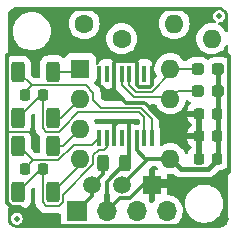
<source format=gtl>
G04 #@! TF.GenerationSoftware,KiCad,Pcbnew,(6.0.0-0)*
G04 #@! TF.CreationDate,2022-08-07T14:26:41+01:00*
G04 #@! TF.ProjectId,VR-Conditioner-MAX9926+reg,56522d43-6f6e-4646-9974-696f6e65722d,3.72*
G04 #@! TF.SameCoordinates,PX68c4118PY713e7a8*
G04 #@! TF.FileFunction,Copper,L1,Top*
G04 #@! TF.FilePolarity,Positive*
%FSLAX46Y46*%
G04 Gerber Fmt 4.6, Leading zero omitted, Abs format (unit mm)*
G04 Created by KiCad (PCBNEW (6.0.0-0)) date 2022-08-07 14:26:41*
%MOMM*%
%LPD*%
G01*
G04 APERTURE LIST*
G04 Aperture macros list*
%AMRoundRect*
0 Rectangle with rounded corners*
0 $1 Rounding radius*
0 $2 $3 $4 $5 $6 $7 $8 $9 X,Y pos of 4 corners*
0 Add a 4 corners polygon primitive as box body*
4,1,4,$2,$3,$4,$5,$6,$7,$8,$9,$2,$3,0*
0 Add four circle primitives for the rounded corners*
1,1,$1+$1,$2,$3*
1,1,$1+$1,$4,$5*
1,1,$1+$1,$6,$7*
1,1,$1+$1,$8,$9*
0 Add four rect primitives between the rounded corners*
20,1,$1+$1,$2,$3,$4,$5,0*
20,1,$1+$1,$4,$5,$6,$7,0*
20,1,$1+$1,$6,$7,$8,$9,0*
20,1,$1+$1,$8,$9,$2,$3,0*%
G04 Aperture macros list end*
G04 #@! TA.AperFunction,SMDPad,CuDef*
%ADD10RoundRect,0.218750X0.218750X0.256250X-0.218750X0.256250X-0.218750X-0.256250X0.218750X-0.256250X0*%
G04 #@! TD*
G04 #@! TA.AperFunction,SMDPad,CuDef*
%ADD11RoundRect,0.243750X-0.243750X-0.456250X0.243750X-0.456250X0.243750X0.456250X-0.243750X0.456250X0*%
G04 #@! TD*
G04 #@! TA.AperFunction,SMDPad,CuDef*
%ADD12RoundRect,0.218750X-0.218750X-0.256250X0.218750X-0.256250X0.218750X0.256250X-0.218750X0.256250X0*%
G04 #@! TD*
G04 #@! TA.AperFunction,SMDPad,CuDef*
%ADD13RoundRect,0.250000X-0.312500X-0.625000X0.312500X-0.625000X0.312500X0.625000X-0.312500X0.625000X0*%
G04 #@! TD*
G04 #@! TA.AperFunction,SMDPad,CuDef*
%ADD14C,0.500000*%
G04 #@! TD*
G04 #@! TA.AperFunction,ComponentPad*
%ADD15R,1.600000X1.600000*%
G04 #@! TD*
G04 #@! TA.AperFunction,ComponentPad*
%ADD16O,1.600000X1.600000*%
G04 #@! TD*
G04 #@! TA.AperFunction,SMDPad,CuDef*
%ADD17RoundRect,0.237500X0.287500X0.237500X-0.287500X0.237500X-0.287500X-0.237500X0.287500X-0.237500X0*%
G04 #@! TD*
G04 #@! TA.AperFunction,SMDPad,CuDef*
%ADD18R,0.354800X1.454899*%
G04 #@! TD*
G04 #@! TA.AperFunction,ComponentPad*
%ADD19C,1.600000*%
G04 #@! TD*
G04 #@! TA.AperFunction,ComponentPad*
%ADD20R,1.700000X1.700000*%
G04 #@! TD*
G04 #@! TA.AperFunction,ComponentPad*
%ADD21O,1.700000X1.700000*%
G04 #@! TD*
G04 #@! TA.AperFunction,ComponentPad*
%ADD22R,1.500000X1.500000*%
G04 #@! TD*
G04 #@! TA.AperFunction,ComponentPad*
%ADD23C,1.500000*%
G04 #@! TD*
G04 #@! TA.AperFunction,ViaPad*
%ADD24C,0.600000*%
G04 #@! TD*
G04 #@! TA.AperFunction,Conductor*
%ADD25C,0.300000*%
G04 #@! TD*
G04 #@! TA.AperFunction,Conductor*
%ADD26C,0.400000*%
G04 #@! TD*
G04 #@! TA.AperFunction,Conductor*
%ADD27C,0.160000*%
G04 #@! TD*
G04 #@! TA.AperFunction,Conductor*
%ADD28C,0.200000*%
G04 #@! TD*
G04 #@! TA.AperFunction,Conductor*
%ADD29C,0.170000*%
G04 #@! TD*
G04 APERTURE END LIST*
D10*
G04 #@! TO.P,C1,1*
G04 #@! TO.N,VCC*
X20790000Y8890000D03*
G04 #@! TO.P,C1,2*
G04 #@! TO.N,GND*
X19215000Y8890000D03*
G04 #@! TD*
G04 #@! TO.P,C2,1*
G04 #@! TO.N,VCC*
X20790000Y10795000D03*
G04 #@! TO.P,C2,2*
G04 #@! TO.N,GND*
X19215000Y10795000D03*
G04 #@! TD*
G04 #@! TO.P,C3,1*
G04 #@! TO.N,VCC*
X20790000Y12700000D03*
G04 #@! TO.P,C3,2*
G04 #@! TO.N,GND*
X19215000Y12700000D03*
G04 #@! TD*
D11*
G04 #@! TO.P,C4,1*
G04 #@! TO.N,+12V*
X11127500Y8509000D03*
G04 #@! TO.P,C4,2*
G04 #@! TO.N,GND*
X13002500Y8509000D03*
G04 #@! TD*
D12*
G04 #@! TO.P,C10,1*
G04 #@! TO.N,Net-(C10-Pad1)*
X4483000Y14287500D03*
G04 #@! TO.P,C10,2*
G04 #@! TO.N,Net-(C10-Pad2)*
X6058000Y14287500D03*
G04 #@! TD*
D10*
G04 #@! TO.P,C20,1*
G04 #@! TO.N,Net-(C20-Pad1)*
X6058000Y8001000D03*
G04 #@! TO.P,C20,2*
G04 #@! TO.N,Net-(C20-Pad2)*
X4483000Y8001000D03*
G04 #@! TD*
D13*
G04 #@! TO.P,R22,1*
G04 #@! TO.N,Net-(C20-Pad2)*
X3935000Y9969500D03*
G04 #@! TO.P,R22,2*
G04 #@! TO.N,Net-(J3-Pad3)*
X6860000Y9969500D03*
G04 #@! TD*
G04 #@! TO.P,R21,1*
G04 #@! TO.N,Net-(C20-Pad1)*
X3935000Y6032500D03*
G04 #@! TO.P,R21,2*
G04 #@! TO.N,Net-(J3-Pad4)*
X6860000Y6032500D03*
G04 #@! TD*
G04 #@! TO.P,R11,1*
G04 #@! TO.N,Net-(C10-Pad2)*
X3935000Y12319000D03*
G04 #@! TO.P,R11,2*
G04 #@! TO.N,Net-(J3-Pad2)*
X6860000Y12319000D03*
G04 #@! TD*
D14*
G04 #@! TO.P,FID1,*
G04 #@! TO.N,*
X3810000Y3810000D03*
G04 #@! TD*
G04 #@! TO.P,FID2,*
G04 #@! TO.N,*
X20955000Y20955000D03*
G04 #@! TD*
D15*
G04 #@! TO.P,J3,1,Pin_1*
G04 #@! TO.N,Net-(J3-Pad1)*
X9207500Y16510000D03*
D16*
G04 #@! TO.P,J3,2,Pin_2*
G04 #@! TO.N,Net-(J3-Pad2)*
X9207500Y13970000D03*
G04 #@! TO.P,J3,3,Pin_3*
G04 #@! TO.N,Net-(J3-Pad3)*
X9207500Y11430000D03*
G04 #@! TO.P,J3,4,Pin_4*
G04 #@! TO.N,Net-(J3-Pad4)*
X9207500Y8890000D03*
G04 #@! TO.P,J3,5,Pin_5*
G04 #@! TO.N,VCC*
X16827500Y8890000D03*
G04 #@! TO.P,J3,6,Pin_6*
G04 #@! TO.N,GND*
X16827500Y11430000D03*
G04 #@! TO.P,J3,7,Pin_7*
G04 #@! TO.N,/COUT2*
X16827500Y13970000D03*
G04 #@! TO.P,J3,8,Pin_8*
G04 #@! TO.N,/COUT1*
X16827500Y16510000D03*
G04 #@! TD*
D17*
G04 #@! TO.P,R10,1*
G04 #@! TO.N,VCC*
X20877500Y16510000D03*
G04 #@! TO.P,R10,2*
G04 #@! TO.N,/COUT1*
X19127500Y16510000D03*
G04 #@! TD*
G04 #@! TO.P,R20,1*
G04 #@! TO.N,VCC*
X20877500Y14605000D03*
G04 #@! TO.P,R20,2*
G04 #@! TO.N,/COUT2*
X19127500Y14605000D03*
G04 #@! TD*
D18*
G04 #@! TO.P,U1,1,INT_THRS1*
G04 #@! TO.N,GND*
X15240000Y16056348D03*
G04 #@! TO.P,U1,2,EXT1*
G04 #@! TO.N,unconnected-(U1-Pad2)*
X14605000Y16056348D03*
G04 #@! TO.P,U1,3,BIAS1*
G04 #@! TO.N,GND*
X13970000Y16056348D03*
G04 #@! TO.P,U1,4,COUT1*
G04 #@! TO.N,/COUT1*
X13335000Y16056348D03*
G04 #@! TO.P,U1,5,COUT2*
G04 #@! TO.N,/COUT2*
X12700000Y16056348D03*
G04 #@! TO.P,U1,6,BIAS2*
G04 #@! TO.N,GND*
X12065000Y16056348D03*
G04 #@! TO.P,U1,7,EXT2*
G04 #@! TO.N,unconnected-(U1-Pad7)*
X11430000Y16056348D03*
G04 #@! TO.P,U1,8,INT_THRS2*
G04 #@! TO.N,GND*
X10795000Y16056348D03*
G04 #@! TO.P,U1,9,IN2+*
G04 #@! TO.N,Net-(C20-Pad2)*
X10795000Y10613652D03*
G04 #@! TO.P,U1,10,IN2-*
G04 #@! TO.N,Net-(C20-Pad1)*
X11430000Y10613652D03*
G04 #@! TO.P,U1,11,GND*
G04 #@! TO.N,GND*
X12065000Y10613652D03*
G04 #@! TO.P,U1,12,DIRN*
G04 #@! TO.N,unconnected-(U1-Pad12)*
X12700000Y10613652D03*
G04 #@! TO.P,U1,13,ZERO_EN*
G04 #@! TO.N,GND*
X13335000Y10613652D03*
G04 #@! TO.P,U1,14,VCC*
G04 #@! TO.N,VCC*
X13970000Y10613652D03*
G04 #@! TO.P,U1,15,IN1-*
G04 #@! TO.N,Net-(C10-Pad2)*
X14605000Y10613652D03*
G04 #@! TO.P,U1,16,IN1+*
G04 #@! TO.N,Net-(C10-Pad1)*
X15240000Y10613652D03*
G04 #@! TD*
D19*
G04 #@! TO.P,R13,1*
G04 #@! TO.N,Net-(J3-Pad1)*
X9525000Y20320000D03*
D16*
G04 #@! TO.P,R13,2*
G04 #@! TO.N,Net-(J3-Pad2)*
X17145000Y20320000D03*
G04 #@! TD*
D19*
G04 #@! TO.P,R23,1*
G04 #@! TO.N,Net-(J3-Pad3)*
X12700000Y19050000D03*
D16*
G04 #@! TO.P,R23,2*
G04 #@! TO.N,Net-(J3-Pad4)*
X20320000Y19050000D03*
G04 #@! TD*
D13*
G04 #@! TO.P,R12,1*
G04 #@! TO.N,Net-(C10-Pad1)*
X3935000Y16256000D03*
G04 #@! TO.P,R12,2*
G04 #@! TO.N,Net-(J3-Pad1)*
X6860000Y16256000D03*
G04 #@! TD*
D20*
G04 #@! TO.P,J2,1,Pin_1*
G04 #@! TO.N,+12V*
X8890000Y4445000D03*
D21*
G04 #@! TO.P,J2,2,Pin_2*
G04 #@! TO.N,GND*
X11430000Y4445000D03*
G04 #@! TO.P,J2,3,Pin_3*
G04 #@! TO.N,/COUT2*
X13970000Y4445000D03*
G04 #@! TO.P,J2,4,Pin_4*
G04 #@! TO.N,/COUT1*
X16510000Y4445000D03*
G04 #@! TD*
D22*
G04 #@! TO.P,U2,1,GND*
G04 #@! TO.N,GND*
X15240000Y6650000D03*
D23*
G04 #@! TO.P,U2,2,VO*
G04 #@! TO.N,VCC*
X12700000Y6650000D03*
G04 #@! TO.P,U2,3,VI*
G04 #@! TO.N,+12V*
X10160000Y6650000D03*
G04 #@! TD*
D24*
G04 #@! TO.N,GND*
X13970000Y11972990D03*
X5715000Y3810000D03*
X19050000Y20320000D03*
X19685000Y6985000D03*
X5169010Y11138010D03*
X6985000Y20955000D03*
G04 #@! TD*
D25*
G04 #@! TO.N,GND*
X12065000Y15156496D02*
X12065000Y15127489D01*
X13335000Y11641101D02*
X13335000Y10613652D01*
X17462500Y10795000D02*
X16827500Y11430000D01*
X19127500Y10795000D02*
X17462500Y10795000D01*
D26*
X19127500Y10795000D02*
X19127500Y12700000D01*
X19127500Y10795000D02*
X19127500Y8890000D01*
D25*
X12065000Y15156496D02*
X12065000Y16056348D01*
X14147599Y14978897D02*
X15062401Y14978897D01*
X15240000Y15156496D02*
X15240000Y16056348D01*
X13970000Y15156496D02*
X14147599Y14978897D01*
X13970000Y16056348D02*
X13970000Y15156496D01*
X12065000Y16956199D02*
X12242599Y17133798D01*
X13792401Y17133798D02*
X13970000Y16956199D01*
X12065000Y16056348D02*
X12065000Y16956199D01*
X13970000Y16956199D02*
X13970000Y16056348D01*
X15062401Y14978897D02*
X15240000Y15156496D01*
X12242599Y17133798D02*
X13792401Y17133798D01*
X19685000Y6985000D02*
X19685000Y6985000D01*
D27*
X5169010Y11138010D02*
X5169010Y11138010D01*
D25*
X12065000Y11641101D02*
X12396889Y11972990D01*
X14620479Y13637021D02*
X14732000Y13525500D01*
X12065000Y14605000D02*
X11346496Y14605000D01*
X13335000Y10613652D02*
X13335000Y11880980D01*
X20955000Y6985000D02*
X19685000Y6985000D01*
X3373964Y4807490D02*
X4082510Y4807490D01*
X4082510Y4807490D02*
X4730750Y4159250D01*
X3022490Y17627490D02*
X3175000Y17780000D01*
X13335000Y10613652D02*
X13335000Y8841500D01*
X12792010Y11972990D02*
X13242990Y11972990D01*
X13242990Y11972990D02*
X13970000Y11972990D01*
X13032979Y13637021D02*
X14620479Y13637021D01*
X13335000Y11880980D02*
X13242990Y11972990D01*
X13362497Y5549999D02*
X14462498Y6650000D01*
X3175000Y17780000D02*
X6350000Y17780000D01*
X21018500Y3175000D02*
X21590000Y3746500D01*
X11346496Y14605000D02*
X10795000Y15156496D01*
D27*
X4453540Y11138010D02*
X4343510Y11138010D01*
D25*
X11430000Y6936500D02*
X11430000Y4445000D01*
X13335000Y8841500D02*
X13002500Y8509000D01*
X15575000Y6985000D02*
X15240000Y6650000D01*
X21752510Y7782510D02*
X20955000Y6985000D01*
X19685000Y6985000D02*
X15575000Y6985000D01*
D27*
X4343510Y11138010D02*
X5169010Y11138010D01*
D25*
X3022490Y11138010D02*
X3022490Y5158964D01*
D27*
X4343510Y11138010D02*
X3022490Y11138010D01*
D25*
X12065000Y10613652D02*
X12065000Y11641101D01*
X12396889Y11972990D02*
X12792010Y11972990D01*
X3022490Y5158964D02*
X3373964Y4807490D01*
X13002500Y8509000D02*
X11430000Y6936500D01*
X4730750Y3333750D02*
X4889500Y3175000D01*
X21590000Y17780000D02*
X21752510Y17617490D01*
X12534999Y5549999D02*
X13362497Y5549999D01*
X10795000Y15156496D02*
X10795000Y16056348D01*
X12065000Y14605000D02*
X12065000Y14605000D01*
X15240000Y6650000D02*
X14462498Y6650000D01*
X14732000Y13525500D02*
X16827500Y11430000D01*
X3022490Y11138010D02*
X3022490Y17627490D01*
X12065000Y14605000D02*
X13032979Y13637021D01*
X6985000Y20955000D02*
X7620000Y21590000D01*
X12065000Y15156496D02*
X12065000Y14605000D01*
X6985000Y18415000D02*
X6985000Y19685000D01*
X7620000Y21590000D02*
X19050000Y21590000D01*
X11430000Y4445000D02*
X12534999Y5549999D01*
X21752510Y17617490D02*
X21752510Y7782510D01*
X6350000Y17780000D02*
X6985000Y18415000D01*
X4730750Y4159250D02*
X4730750Y3333750D01*
X12792010Y11972990D02*
X12607990Y11972990D01*
X4889500Y3175000D02*
X21018500Y3175000D01*
X6985000Y19685000D02*
X6985000Y20955000D01*
X19050000Y21590000D02*
X19685000Y20955000D01*
D26*
G04 #@! TO.N,VCC*
X20002490Y8014990D02*
X17702510Y8014990D01*
X17702510Y8014990D02*
X16827500Y8890000D01*
D25*
X15257500Y8890000D02*
X16827500Y8890000D01*
X16321498Y8890000D02*
X16827500Y8890000D01*
D26*
X20877500Y8890000D02*
X20002490Y8014990D01*
D28*
X16827500Y8890000D02*
X17227510Y8489990D01*
D26*
X20877500Y10795000D02*
X20877500Y8890000D01*
X20877500Y12700000D02*
X20877500Y10795000D01*
X20877500Y14605000D02*
X20877500Y12700000D01*
X20877500Y16510000D02*
X20877500Y14605000D01*
D28*
X20877500Y12700000D02*
X20877500Y12545000D01*
D25*
X14666203Y8890000D02*
X14940000Y8890000D01*
X13970000Y9586203D02*
X14666203Y8890000D01*
X12700000Y6650000D02*
X14940000Y8890000D01*
X14940000Y8890000D02*
X15240000Y8890000D01*
X15240000Y8890000D02*
X16827500Y8890000D01*
X13970000Y10613652D02*
X13970000Y9586203D01*
D28*
G04 #@! TO.N,Net-(C10-Pad2)*
X14605000Y10613652D02*
X14605000Y12382500D01*
X14605000Y12382500D02*
X14160500Y12827000D01*
X7722020Y11522254D02*
X7722020Y11466382D01*
X6058000Y14287500D02*
X5903500Y14287500D01*
X7400118Y11144480D02*
X6319882Y11144480D01*
X7722020Y11466382D02*
X7400118Y11144480D01*
X5903500Y14287500D02*
X3935000Y12319000D01*
X5997980Y14227480D02*
X6058000Y14287500D01*
X9026766Y12827000D02*
X10033000Y12827000D01*
X14160500Y12827000D02*
X10033000Y12827000D01*
X9026766Y12827000D02*
X7722020Y11522254D01*
X5997980Y11466382D02*
X5997980Y14227480D01*
X10033000Y12827000D02*
X9017000Y12827000D01*
X6319882Y11144480D02*
X5997980Y11466382D01*
G04 #@! TO.N,Net-(C10-Pad1)*
X4483000Y14533980D02*
X5070010Y15120990D01*
X5070010Y15120990D02*
X5109520Y15081480D01*
X10307989Y13822011D02*
X10942989Y13187011D01*
X4483000Y14287500D02*
X4483000Y14533980D01*
X10942989Y13187011D02*
X14309621Y13187011D01*
D29*
X3935000Y16256000D02*
X5070010Y15120990D01*
D28*
X9664822Y15081480D02*
X10307989Y14438313D01*
X10307989Y14438313D02*
X10307989Y13822011D01*
X15240000Y12256632D02*
X15240000Y10613652D01*
X5109520Y15081480D02*
X9664822Y15081480D01*
X14309621Y13187011D02*
X15240000Y12256632D01*
G04 #@! TO.N,Net-(C20-Pad2)*
X10795000Y10613652D02*
X10214348Y10033000D01*
X4729750Y9174750D02*
X4749730Y9174750D01*
X7345378Y8740240D02*
X5184240Y8740240D01*
X8582266Y9977128D02*
X7345378Y8740240D01*
X3935000Y9969500D02*
X4729750Y9174750D01*
X8582266Y10033000D02*
X8582266Y9977128D01*
X4292500Y9612000D02*
X3935000Y9969500D01*
X10214348Y10033000D02*
X8582266Y10033000D01*
X5184240Y8740240D02*
X4483000Y8039000D01*
X4749730Y9174750D02*
X5184240Y8740240D01*
X4483000Y8039000D02*
X4483000Y8001000D01*
G04 #@! TO.N,Net-(C20-Pad1)*
X10307011Y8402011D02*
X7740489Y5835489D01*
X11430000Y9875800D02*
X11430000Y10613652D01*
X7740489Y5198351D02*
X7400118Y4857980D01*
X5903500Y8001000D02*
X3935000Y6032500D01*
X7400118Y4857980D02*
X6318020Y4857980D01*
X11180401Y9626201D02*
X11430000Y9875800D01*
X10307011Y9157505D02*
X10775707Y9626201D01*
X10307011Y8402011D02*
X10307011Y9157505D01*
X5997980Y7940980D02*
X6058000Y8001000D01*
X6318020Y4857980D02*
X5997980Y5178020D01*
X10775707Y9626201D02*
X11180401Y9626201D01*
X6058000Y8001000D02*
X5903500Y8001000D01*
X5997980Y5178020D02*
X5997980Y7940980D01*
X7740489Y5835489D02*
X7740489Y5198351D01*
G04 #@! TO.N,Net-(J3-Pad1)*
X6860000Y16256000D02*
X8953500Y16256000D01*
X8953500Y16256000D02*
X9207500Y16510000D01*
G04 #@! TO.N,Net-(J3-Pad2)*
X6860000Y12319000D02*
X7556500Y12319000D01*
X7556500Y12319000D02*
X9207500Y13970000D01*
G04 #@! TO.N,Net-(J3-Pad3)*
X7747000Y9969500D02*
X6860000Y9969500D01*
X9207500Y11430000D02*
X7747000Y9969500D01*
G04 #@! TO.N,Net-(J3-Pad4)*
X9207500Y8380000D02*
X9207500Y8890000D01*
X6860000Y6032500D02*
X9207500Y8380000D01*
G04 #@! TO.N,/COUT1*
X19127500Y16510000D02*
X16827500Y16510000D01*
X13335000Y16056348D02*
X13335000Y15128899D01*
X16827500Y16107586D02*
X16827500Y16510000D01*
X13335000Y15128899D02*
X13935012Y14528887D01*
X15248802Y14528888D02*
X16827500Y16107586D01*
X13935012Y14528887D02*
X15248802Y14528888D01*
D27*
X16827500Y16234996D02*
X16827500Y16510000D01*
D28*
G04 #@! TO.N,/COUT2*
X13741866Y14087033D02*
X16710467Y14087033D01*
X12700000Y16056348D02*
X12700000Y15128899D01*
X16710467Y14087033D02*
X16827500Y13970000D01*
X12700000Y15128899D02*
X13741866Y14087033D01*
X19127500Y14605000D02*
X17462500Y14605000D01*
X17462500Y14605000D02*
X16827500Y13970000D01*
D25*
G04 #@! TO.N,+12V*
X10160000Y5715000D02*
X8890000Y4445000D01*
X11127500Y8509000D02*
X11127500Y7617500D01*
X10160000Y6650000D02*
X10160000Y5715000D01*
X11127500Y7617500D02*
X10160000Y6650000D01*
G04 #@! TD*
G04 #@! TA.AperFunction,Conductor*
G04 #@! TO.N,GND*
G36*
X5307512Y6440297D02*
G01*
X5364348Y6397750D01*
X5389159Y6331230D01*
X5389480Y6322241D01*
X5389480Y5226156D01*
X5388402Y5209713D01*
X5384230Y5178020D01*
X5389480Y5138140D01*
X5389480Y5138135D01*
X5402465Y5039501D01*
X5405142Y5019169D01*
X5466456Y4871144D01*
X5471483Y4864593D01*
X5471484Y4864591D01*
X5539500Y4775951D01*
X5539506Y4775945D01*
X5563993Y4744033D01*
X5586800Y4726532D01*
X5589357Y4724570D01*
X5601747Y4713704D01*
X5853701Y4461751D01*
X5864569Y4449359D01*
X5884033Y4423993D01*
X5890579Y4418970D01*
X5890582Y4418967D01*
X5915947Y4399504D01*
X5915949Y4399503D01*
X5989222Y4343278D01*
X6011144Y4326456D01*
X6018770Y4323297D01*
X6018772Y4323296D01*
X6085156Y4295799D01*
X6159169Y4265142D01*
X6167356Y4264064D01*
X6167357Y4264064D01*
X6178562Y4262589D01*
X6209758Y4258482D01*
X6278135Y4249480D01*
X6278138Y4249480D01*
X6278146Y4249479D01*
X6309831Y4245308D01*
X6318020Y4244230D01*
X6349713Y4248402D01*
X6366156Y4249480D01*
X7351982Y4249480D01*
X7368425Y4248402D01*
X7400118Y4244230D01*
X7406369Y4245053D01*
X7473621Y4225306D01*
X7520114Y4171650D01*
X7531500Y4119308D01*
X7531500Y3546866D01*
X7538255Y3484684D01*
X7589385Y3348295D01*
X7638480Y3282788D01*
X7663379Y3249565D01*
X7688227Y3183059D01*
X7673174Y3113676D01*
X7623000Y3063446D01*
X7562553Y3048000D01*
X3859328Y3048000D01*
X3839943Y3049500D01*
X3825142Y3051805D01*
X3825139Y3051805D01*
X3816270Y3053186D01*
X3805272Y3051748D01*
X3776589Y3051291D01*
X3673693Y3061425D01*
X3649469Y3066244D01*
X3530267Y3102404D01*
X3507447Y3111856D01*
X3397600Y3170570D01*
X3377062Y3184293D01*
X3280777Y3263312D01*
X3263312Y3280777D01*
X3184293Y3377062D01*
X3170570Y3397600D01*
X3111856Y3507447D01*
X3102404Y3530267D01*
X3066244Y3649469D01*
X3061425Y3673695D01*
X3055091Y3738006D01*
X3051956Y3769837D01*
X3052408Y3785876D01*
X3051695Y3785885D01*
X3051805Y3794858D01*
X3053186Y3803730D01*
X3051737Y3814816D01*
X3051559Y3816177D01*
X3304391Y3816177D01*
X3305555Y3807275D01*
X3305555Y3807272D01*
X3309568Y3776588D01*
X3322980Y3674021D01*
X3380720Y3542797D01*
X3386497Y3535924D01*
X3386498Y3535923D01*
X3467190Y3439928D01*
X3472970Y3433052D01*
X3592313Y3353610D01*
X3729157Y3310858D01*
X3738129Y3310694D01*
X3738132Y3310693D01*
X3803463Y3309496D01*
X3872499Y3308230D01*
X3881533Y3310693D01*
X4002158Y3343579D01*
X4002160Y3343580D01*
X4010817Y3345940D01*
X4132991Y3420955D01*
X4229200Y3527246D01*
X4291710Y3656267D01*
X4315496Y3797646D01*
X4315647Y3810000D01*
X4297238Y3938547D01*
X4296596Y3943032D01*
X4296595Y3943035D01*
X4295323Y3951918D01*
X4235984Y4082428D01*
X4189963Y4135838D01*
X4148260Y4184237D01*
X4148257Y4184240D01*
X4142400Y4191037D01*
X4022095Y4269015D01*
X3884739Y4310093D01*
X3875763Y4310148D01*
X3875762Y4310148D01*
X3815555Y4310516D01*
X3741376Y4310969D01*
X3603529Y4271572D01*
X3482280Y4195070D01*
X3387377Y4087612D01*
X3326447Y3957837D01*
X3324142Y3943032D01*
X3305787Y3825142D01*
X3304391Y3816177D01*
X3051559Y3816177D01*
X3049064Y3835251D01*
X3048000Y3851589D01*
X3048000Y4644891D01*
X3068002Y4713012D01*
X3121658Y4759505D01*
X3191932Y4769609D01*
X3240116Y4752151D01*
X3293532Y4719225D01*
X3299762Y4715385D01*
X3344850Y4700430D01*
X3461111Y4661868D01*
X3461113Y4661868D01*
X3467639Y4659703D01*
X3474475Y4659003D01*
X3474478Y4659002D01*
X3517531Y4654591D01*
X3572100Y4649000D01*
X4297900Y4649000D01*
X4301146Y4649337D01*
X4301150Y4649337D01*
X4396808Y4659262D01*
X4396812Y4659263D01*
X4403666Y4659974D01*
X4410202Y4662155D01*
X4410204Y4662155D01*
X4562640Y4713012D01*
X4571446Y4715950D01*
X4721848Y4809022D01*
X4846805Y4934197D01*
X4939615Y5084762D01*
X4995297Y5252639D01*
X4996318Y5262599D01*
X5003303Y5330780D01*
X5006000Y5357100D01*
X5006000Y6190761D01*
X5026002Y6258882D01*
X5042905Y6279856D01*
X5174385Y6411336D01*
X5236697Y6445362D01*
X5307512Y6440297D01*
G37*
G04 #@! TD.AperFunction*
G04 #@! TA.AperFunction,Conductor*
G36*
X15693733Y8211498D02*
G01*
X15728824Y8177772D01*
X15764134Y8127344D01*
X15778890Y8106271D01*
X15801578Y8038997D01*
X15784293Y7970136D01*
X15732523Y7921552D01*
X15675677Y7908000D01*
X15512115Y7908000D01*
X15496876Y7903525D01*
X15495671Y7902135D01*
X15494000Y7894452D01*
X15494000Y6922115D01*
X15498475Y6906876D01*
X15499865Y6905671D01*
X15507548Y6904000D01*
X16479884Y6904000D01*
X16495123Y6908475D01*
X16496328Y6909865D01*
X16497999Y6917548D01*
X16497999Y7444669D01*
X16497629Y7451490D01*
X16497319Y7454350D01*
X16509853Y7524232D01*
X16558177Y7576244D01*
X16633565Y7593469D01*
X16822025Y7576981D01*
X16827500Y7576502D01*
X17055436Y7596444D01*
X17125040Y7582455D01*
X17155512Y7560018D01*
X17181060Y7534470D01*
X17186914Y7528205D01*
X17224949Y7484605D01*
X17272067Y7451490D01*
X17277229Y7447862D01*
X17282524Y7443929D01*
X17332792Y7404514D01*
X17339708Y7401391D01*
X17341994Y7400007D01*
X17356675Y7391633D01*
X17359035Y7390368D01*
X17365249Y7386000D01*
X17372328Y7383240D01*
X17372330Y7383239D01*
X17424785Y7362788D01*
X17430854Y7360237D01*
X17489083Y7333945D01*
X17496550Y7332561D01*
X17499105Y7331760D01*
X17515358Y7327131D01*
X17517938Y7326468D01*
X17525019Y7323708D01*
X17532550Y7322717D01*
X17532552Y7322716D01*
X17562171Y7318817D01*
X17588371Y7315368D01*
X17594869Y7314338D01*
X17657696Y7302694D01*
X17665276Y7303131D01*
X17665277Y7303131D01*
X17719902Y7306281D01*
X17727156Y7306490D01*
X19973578Y7306490D01*
X19982148Y7306198D01*
X20032266Y7302781D01*
X20032270Y7302781D01*
X20039842Y7302265D01*
X20047319Y7303570D01*
X20047320Y7303570D01*
X20073798Y7308191D01*
X20102793Y7313252D01*
X20109311Y7314213D01*
X20172732Y7321888D01*
X20179833Y7324571D01*
X20182442Y7325212D01*
X20198752Y7329675D01*
X20201288Y7330440D01*
X20208774Y7331747D01*
X20267290Y7357434D01*
X20273394Y7359925D01*
X20326038Y7379817D01*
X20326039Y7379818D01*
X20333146Y7382503D01*
X20339409Y7386807D01*
X20341775Y7388044D01*
X20356587Y7396289D01*
X20358841Y7397622D01*
X20365795Y7400675D01*
X20416492Y7439577D01*
X20421822Y7443449D01*
X20468210Y7475329D01*
X20468215Y7475334D01*
X20474471Y7479633D01*
X20488915Y7495844D01*
X20515925Y7526160D01*
X20520906Y7531436D01*
X20859065Y7869595D01*
X20921377Y7903621D01*
X20948160Y7906500D01*
X21057072Y7906500D01*
X21060318Y7906837D01*
X21060322Y7906837D01*
X21094103Y7910342D01*
X21158482Y7917022D01*
X21319349Y7970692D01*
X21463555Y8059929D01*
X21501828Y8098268D01*
X21564109Y8132347D01*
X21634929Y8127344D01*
X21691802Y8084847D01*
X21716671Y8018349D01*
X21717000Y8009250D01*
X21717000Y3859328D01*
X21715500Y3839943D01*
X21714012Y3830384D01*
X21711814Y3816270D01*
X21713252Y3805272D01*
X21713709Y3776589D01*
X21709957Y3738489D01*
X21703575Y3673695D01*
X21698756Y3649469D01*
X21662596Y3530267D01*
X21653144Y3507447D01*
X21594430Y3397600D01*
X21580707Y3377062D01*
X21501688Y3280777D01*
X21484223Y3263312D01*
X21387938Y3184293D01*
X21367400Y3170570D01*
X21257553Y3111856D01*
X21234733Y3102404D01*
X21115531Y3066244D01*
X21091307Y3061425D01*
X20995163Y3051956D01*
X20979124Y3052408D01*
X20979115Y3051695D01*
X20970142Y3051805D01*
X20961270Y3053186D01*
X20952368Y3052022D01*
X20952365Y3052022D01*
X20929749Y3049064D01*
X20913411Y3048000D01*
X17284632Y3048000D01*
X17216511Y3068002D01*
X17170018Y3121658D01*
X17159914Y3191932D01*
X17189408Y3256512D01*
X17211464Y3276579D01*
X17256068Y3308395D01*
X17389860Y3403827D01*
X17426088Y3439928D01*
X17513711Y3527246D01*
X17548096Y3561511D01*
X17622546Y3665119D01*
X17675435Y3738723D01*
X17678453Y3742923D01*
X17691995Y3770322D01*
X17775136Y3938547D01*
X17775137Y3938549D01*
X17777430Y3943189D01*
X17834681Y4131624D01*
X17840865Y4151977D01*
X17840865Y4151979D01*
X17842370Y4156931D01*
X17871529Y4378410D01*
X17871611Y4381760D01*
X17873074Y4441635D01*
X17873074Y4441639D01*
X17873156Y4445000D01*
X17854852Y4667639D01*
X17800431Y4884298D01*
X17715337Y5080000D01*
X18071526Y5080000D01*
X18091391Y4827597D01*
X18092545Y4822790D01*
X18092546Y4822784D01*
X18118900Y4713012D01*
X18150495Y4581409D01*
X18152388Y4576838D01*
X18152389Y4576836D01*
X18234580Y4378410D01*
X18247384Y4347498D01*
X18379672Y4131624D01*
X18544102Y3939102D01*
X18736624Y3774672D01*
X18952498Y3642384D01*
X18957068Y3640491D01*
X18957072Y3640489D01*
X19181288Y3547616D01*
X19186409Y3545495D01*
X19226280Y3535923D01*
X19427784Y3487546D01*
X19427790Y3487545D01*
X19432597Y3486391D01*
X19532416Y3478535D01*
X19619345Y3471693D01*
X19619352Y3471693D01*
X19621801Y3471500D01*
X19748199Y3471500D01*
X19750648Y3471693D01*
X19750655Y3471693D01*
X19837584Y3478535D01*
X19937403Y3486391D01*
X19942210Y3487545D01*
X19942216Y3487546D01*
X20143720Y3535923D01*
X20183591Y3545495D01*
X20188712Y3547616D01*
X20412928Y3640489D01*
X20412932Y3640491D01*
X20417502Y3642384D01*
X20633376Y3774672D01*
X20825898Y3939102D01*
X20990328Y4131624D01*
X21122616Y4347498D01*
X21135421Y4378410D01*
X21217611Y4576836D01*
X21217612Y4576838D01*
X21219505Y4581409D01*
X21251100Y4713012D01*
X21277454Y4822784D01*
X21277455Y4822790D01*
X21278609Y4827597D01*
X21298474Y5080000D01*
X21278609Y5332403D01*
X21273822Y5352346D01*
X21220660Y5573779D01*
X21219505Y5578591D01*
X21217611Y5583164D01*
X21124511Y5807928D01*
X21124509Y5807932D01*
X21122616Y5812502D01*
X20990328Y6028376D01*
X20825898Y6220898D01*
X20633376Y6385328D01*
X20417502Y6517616D01*
X20412932Y6519509D01*
X20412928Y6519511D01*
X20188164Y6612611D01*
X20188162Y6612612D01*
X20183591Y6614505D01*
X20098968Y6634821D01*
X19942216Y6672454D01*
X19942210Y6672455D01*
X19937403Y6673609D01*
X19837584Y6681465D01*
X19750655Y6688307D01*
X19750648Y6688307D01*
X19748199Y6688500D01*
X19621801Y6688500D01*
X19619352Y6688307D01*
X19619345Y6688307D01*
X19532416Y6681465D01*
X19432597Y6673609D01*
X19427790Y6672455D01*
X19427784Y6672454D01*
X19271032Y6634821D01*
X19186409Y6614505D01*
X19181838Y6612612D01*
X19181836Y6612611D01*
X18957072Y6519511D01*
X18957068Y6519509D01*
X18952498Y6517616D01*
X18736624Y6385328D01*
X18544102Y6220898D01*
X18379672Y6028376D01*
X18247384Y5812502D01*
X18245491Y5807932D01*
X18245489Y5807928D01*
X18152389Y5583164D01*
X18150495Y5578591D01*
X18149340Y5573779D01*
X18096179Y5352346D01*
X18091391Y5332403D01*
X18071526Y5080000D01*
X17715337Y5080000D01*
X17711354Y5089160D01*
X17633367Y5209710D01*
X17592822Y5272383D01*
X17592820Y5272386D01*
X17590014Y5276723D01*
X17439670Y5441949D01*
X17435619Y5445148D01*
X17435615Y5445152D01*
X17268414Y5577200D01*
X17268410Y5577202D01*
X17264359Y5580402D01*
X17068789Y5688362D01*
X17063920Y5690086D01*
X17063916Y5690088D01*
X16863087Y5761205D01*
X16863083Y5761206D01*
X16858212Y5762931D01*
X16853119Y5763838D01*
X16853116Y5763839D01*
X16781361Y5776620D01*
X16638284Y5802106D01*
X16622462Y5802299D01*
X16554592Y5823131D01*
X16508757Y5877349D01*
X16498000Y5928290D01*
X16498000Y6377885D01*
X16493525Y6393124D01*
X16492135Y6394329D01*
X16484452Y6396000D01*
X15512115Y6396000D01*
X15496876Y6391525D01*
X15495671Y6390135D01*
X15494000Y6382452D01*
X15494000Y5398771D01*
X15473998Y5330650D01*
X15459093Y5311719D01*
X15450629Y5302862D01*
X15343201Y5145379D01*
X15288293Y5100379D01*
X15217768Y5092208D01*
X15154021Y5123462D01*
X15133324Y5147946D01*
X15052822Y5272383D01*
X15052820Y5272386D01*
X15050014Y5276723D01*
X15046538Y5280543D01*
X15046533Y5280550D01*
X15018807Y5311020D01*
X14987755Y5374866D01*
X14986000Y5395820D01*
X14986000Y7889882D01*
X14980991Y7906942D01*
X14980992Y7977939D01*
X15012793Y8031534D01*
X15175854Y8194595D01*
X15238166Y8228621D01*
X15264949Y8231500D01*
X15625612Y8231500D01*
X15693733Y8211498D01*
G37*
G04 #@! TD.AperFunction*
G04 #@! TA.AperFunction,Conductor*
G36*
X11498959Y6202973D02*
G01*
X11544195Y6150769D01*
X11603618Y6023334D01*
X11603621Y6023329D01*
X11605944Y6018347D01*
X11680190Y5912313D01*
X11702877Y5845041D01*
X11697261Y5802527D01*
X11684000Y5760011D01*
X11684000Y4317000D01*
X11663998Y4248879D01*
X11610342Y4202386D01*
X11558000Y4191000D01*
X11302000Y4191000D01*
X11233879Y4211002D01*
X11187386Y4264658D01*
X11176000Y4317000D01*
X11176000Y5761898D01*
X11163079Y5805903D01*
X11163079Y5876900D01*
X11180762Y5913671D01*
X11250896Y6013833D01*
X11250899Y6013839D01*
X11254056Y6018347D01*
X11256379Y6023329D01*
X11256382Y6023334D01*
X11315805Y6150769D01*
X11362722Y6204054D01*
X11430999Y6223515D01*
X11498959Y6202973D01*
G37*
G04 #@! TD.AperFunction*
G04 #@! TA.AperFunction,Conductor*
G36*
X18285402Y13847931D02*
G01*
X18335103Y13817396D01*
X18341567Y13810943D01*
X18374497Y13778071D01*
X18380727Y13774231D01*
X18380728Y13774230D01*
X18495976Y13703190D01*
X18543469Y13650418D01*
X18554893Y13580346D01*
X18526619Y13515222D01*
X18519033Y13506913D01*
X18427206Y13414925D01*
X18418190Y13403509D01*
X18336947Y13271709D01*
X18330803Y13258532D01*
X18281921Y13111157D01*
X18279055Y13097790D01*
X18269828Y13007730D01*
X18269500Y13001315D01*
X18269500Y12972115D01*
X18273975Y12956876D01*
X18275365Y12955671D01*
X18283048Y12954000D01*
X19343000Y12954000D01*
X19411121Y12933998D01*
X19457614Y12880342D01*
X19469000Y12828000D01*
X19469000Y8849490D01*
X19448998Y8781369D01*
X19395342Y8734876D01*
X19343000Y8723490D01*
X19087000Y8723490D01*
X19018879Y8743492D01*
X18972386Y8797148D01*
X18961000Y8849490D01*
X18961000Y10522885D01*
X18956525Y10538124D01*
X18955135Y10539329D01*
X18947452Y10541000D01*
X18287615Y10541000D01*
X18272376Y10536525D01*
X18271171Y10535135D01*
X18269500Y10527452D01*
X18269500Y10493734D01*
X18269837Y10487218D01*
X18279304Y10395979D01*
X18282197Y10382583D01*
X18331330Y10235313D01*
X18337504Y10222134D01*
X18418970Y10090486D01*
X18428006Y10079085D01*
X18537580Y9969702D01*
X18548991Y9960690D01*
X18566818Y9949701D01*
X18614310Y9896927D01*
X18625732Y9826856D01*
X18597457Y9761732D01*
X18567003Y9735297D01*
X18547980Y9723525D01*
X18536585Y9714494D01*
X18427202Y9604920D01*
X18418190Y9593509D01*
X18336947Y9461709D01*
X18330803Y9448531D01*
X18297396Y9347814D01*
X18256965Y9289454D01*
X18191401Y9262217D01*
X18121520Y9274750D01*
X18069508Y9323075D01*
X18061831Y9339265D01*
X18061784Y9339243D01*
X17967349Y9541762D01*
X17967346Y9541767D01*
X17965023Y9546749D01*
X17854241Y9704962D01*
X17836857Y9729789D01*
X17836855Y9729792D01*
X17833698Y9734300D01*
X17671800Y9896198D01*
X17667292Y9899355D01*
X17667289Y9899357D01*
X17563231Y9972219D01*
X17484249Y10027523D01*
X17479267Y10029846D01*
X17479262Y10029849D01*
X17281725Y10121961D01*
X17281724Y10121961D01*
X17276743Y10124284D01*
X17271435Y10125706D01*
X17271433Y10125707D01*
X17060902Y10182119D01*
X17060900Y10182119D01*
X17055587Y10183543D01*
X16827500Y10203498D01*
X16599413Y10183543D01*
X16594100Y10182119D01*
X16594098Y10182119D01*
X16383567Y10125707D01*
X16383565Y10125706D01*
X16378257Y10124284D01*
X16373276Y10121961D01*
X16373275Y10121961D01*
X16175738Y10029849D01*
X16175733Y10029846D01*
X16170751Y10027523D01*
X16124171Y9994907D01*
X16056897Y9972219D01*
X15988037Y9989504D01*
X15939452Y10041273D01*
X15925900Y10098120D01*
X15925900Y11067115D01*
X18269500Y11067115D01*
X18273975Y11051876D01*
X18275365Y11050671D01*
X18283048Y11049000D01*
X18942885Y11049000D01*
X18958124Y11053475D01*
X18959329Y11054865D01*
X18961000Y11062548D01*
X18961000Y12427885D01*
X18956525Y12443124D01*
X18955135Y12444329D01*
X18947452Y12446000D01*
X18287615Y12446000D01*
X18272376Y12441525D01*
X18271171Y12440135D01*
X18269500Y12432452D01*
X18269500Y12398734D01*
X18269837Y12392218D01*
X18279304Y12300979D01*
X18282197Y12287583D01*
X18331330Y12140313D01*
X18337504Y12127134D01*
X18418970Y11995486D01*
X18428006Y11984085D01*
X18537580Y11874702D01*
X18548991Y11865690D01*
X18566818Y11854701D01*
X18614310Y11801927D01*
X18625732Y11731856D01*
X18597457Y11666732D01*
X18567003Y11640297D01*
X18547980Y11628525D01*
X18536585Y11619494D01*
X18427202Y11509920D01*
X18418190Y11498509D01*
X18336947Y11366709D01*
X18330803Y11353532D01*
X18281921Y11206157D01*
X18279055Y11192790D01*
X18269828Y11102730D01*
X18269500Y11096315D01*
X18269500Y11067115D01*
X15925900Y11067115D01*
X15925900Y11389235D01*
X15919145Y11451417D01*
X15868015Y11587806D01*
X15863722Y11593535D01*
X15848500Y11653035D01*
X15848500Y12208488D01*
X15849578Y12224934D01*
X15852673Y12248444D01*
X15853751Y12256632D01*
X15832838Y12415483D01*
X15771524Y12563508D01*
X15698478Y12658703D01*
X15698474Y12658707D01*
X15698471Y12658711D01*
X15679016Y12684066D01*
X15679013Y12684069D01*
X15673987Y12690619D01*
X15664582Y12697836D01*
X15648621Y12710084D01*
X15636230Y12720951D01*
X15093743Y13263438D01*
X15059717Y13325750D01*
X15064782Y13396565D01*
X15107329Y13453401D01*
X15173849Y13478212D01*
X15182838Y13478533D01*
X15532634Y13478533D01*
X15600755Y13458531D01*
X15646828Y13405784D01*
X15689977Y13313251D01*
X15724857Y13263438D01*
X15817316Y13131393D01*
X15821302Y13125700D01*
X15983200Y12963802D01*
X15987708Y12960645D01*
X15987711Y12960643D01*
X16025764Y12933998D01*
X16170751Y12832477D01*
X16175733Y12830154D01*
X16175738Y12830151D01*
X16373275Y12738039D01*
X16378257Y12735716D01*
X16383565Y12734294D01*
X16383567Y12734293D01*
X16594098Y12677881D01*
X16594100Y12677881D01*
X16599413Y12676457D01*
X16827500Y12656502D01*
X17055587Y12676457D01*
X17060900Y12677881D01*
X17060902Y12677881D01*
X17271433Y12734293D01*
X17271435Y12734294D01*
X17276743Y12735716D01*
X17281725Y12738039D01*
X17479262Y12830151D01*
X17479267Y12830154D01*
X17484249Y12832477D01*
X17629236Y12933998D01*
X17667289Y12960643D01*
X17667292Y12960645D01*
X17671800Y12963802D01*
X17833698Y13125700D01*
X17837685Y13131393D01*
X17930143Y13263438D01*
X17965023Y13313251D01*
X17967346Y13318233D01*
X17967349Y13318238D01*
X18059461Y13515775D01*
X18059461Y13515776D01*
X18061784Y13520757D01*
X18063207Y13526067D01*
X18119620Y13736601D01*
X18119621Y13736605D01*
X18121043Y13741913D01*
X18121522Y13747391D01*
X18122000Y13750101D01*
X18153527Y13813714D01*
X18214441Y13850183D01*
X18285402Y13847931D01*
G37*
G04 #@! TD.AperFunction*
G04 #@! TA.AperFunction,Conductor*
G36*
X5307512Y12726797D02*
G01*
X5364348Y12684250D01*
X5389159Y12617730D01*
X5389480Y12608741D01*
X5389480Y11514518D01*
X5388402Y11498075D01*
X5384230Y11466382D01*
X5389480Y11426502D01*
X5389480Y11426497D01*
X5399156Y11353000D01*
X5405142Y11307531D01*
X5466456Y11159506D01*
X5471483Y11152955D01*
X5471484Y11152953D01*
X5539500Y11064313D01*
X5539506Y11064307D01*
X5563993Y11032395D01*
X5570548Y11027365D01*
X5589359Y11012930D01*
X5601750Y11002063D01*
X5762437Y10841376D01*
X5796463Y10779064D01*
X5798686Y10739439D01*
X5789000Y10644900D01*
X5789000Y9474740D01*
X5768998Y9406619D01*
X5715342Y9360126D01*
X5663000Y9348740D01*
X5488479Y9348740D01*
X5420358Y9368742D01*
X5399383Y9385645D01*
X5310289Y9474740D01*
X5214045Y9570984D01*
X5203179Y9583374D01*
X5188744Y9602186D01*
X5188743Y9602187D01*
X5183717Y9608737D01*
X5151805Y9633224D01*
X5151802Y9633227D01*
X5072478Y9694095D01*
X5060087Y9704962D01*
X5042905Y9722144D01*
X5008879Y9784456D01*
X5006000Y9811239D01*
X5006000Y10644900D01*
X4995026Y10750666D01*
X4939050Y10918446D01*
X4846057Y11068720D01*
X4846056Y11068723D01*
X4845978Y11068848D01*
X4845999Y11068861D01*
X4820525Y11131800D01*
X4833696Y11201564D01*
X4844466Y11218354D01*
X4846805Y11220697D01*
X4900331Y11307531D01*
X4935775Y11365032D01*
X4935776Y11365034D01*
X4939615Y11371262D01*
X4995297Y11539139D01*
X5006000Y11643600D01*
X5006000Y12477261D01*
X5026002Y12545382D01*
X5042905Y12566356D01*
X5174385Y12697836D01*
X5236697Y12731862D01*
X5307512Y12726797D01*
G37*
G04 #@! TD.AperFunction*
G04 #@! TA.AperFunction,Conductor*
G36*
X13924381Y12198498D02*
G01*
X13945352Y12181599D01*
X13959592Y12167360D01*
X13993620Y12105049D01*
X13996500Y12078261D01*
X13996500Y11975601D01*
X13976498Y11907480D01*
X13922842Y11860987D01*
X13870500Y11849601D01*
X13744466Y11849601D01*
X13682284Y11842846D01*
X13545895Y11791716D01*
X13429339Y11704362D01*
X13424037Y11697287D01*
X13361783Y11663293D01*
X13290968Y11668358D01*
X13245971Y11697276D01*
X13240661Y11704362D01*
X13124105Y11791716D01*
X12987716Y11842846D01*
X12925534Y11849601D01*
X12474466Y11849601D01*
X12412284Y11842846D01*
X12275895Y11791716D01*
X12159339Y11704362D01*
X12154037Y11697287D01*
X12091783Y11663293D01*
X12020968Y11668358D01*
X11975971Y11697276D01*
X11970661Y11704362D01*
X11854105Y11791716D01*
X11717716Y11842846D01*
X11655534Y11849601D01*
X11204466Y11849601D01*
X11142284Y11842846D01*
X11139176Y11841681D01*
X11085824Y11841681D01*
X11082716Y11842846D01*
X11020534Y11849601D01*
X10569466Y11849601D01*
X10566076Y11849233D01*
X10566062Y11849232D01*
X10550773Y11847571D01*
X10480891Y11860100D01*
X10428876Y11908422D01*
X10422973Y11919584D01*
X10367172Y12039250D01*
X10356511Y12109442D01*
X10385491Y12174255D01*
X10444911Y12213111D01*
X10481367Y12218500D01*
X13856260Y12218500D01*
X13924381Y12198498D01*
G37*
G04 #@! TD.AperFunction*
G04 #@! TA.AperFunction,Conductor*
G36*
X12082241Y14957214D02*
G01*
X12132471Y14907040D01*
X12138326Y14894811D01*
X12168476Y14822023D01*
X12173503Y14815472D01*
X12173504Y14815470D01*
X12241520Y14726830D01*
X12241526Y14726824D01*
X12266013Y14694912D01*
X12272568Y14689882D01*
X12291379Y14675447D01*
X12303770Y14664580D01*
X12957744Y14010606D01*
X12991770Y13948294D01*
X12986705Y13877479D01*
X12944158Y13820643D01*
X12877638Y13795832D01*
X12868649Y13795511D01*
X11247228Y13795511D01*
X11179107Y13815513D01*
X11158133Y13832416D01*
X10953394Y14037155D01*
X10919368Y14099467D01*
X10916489Y14126250D01*
X10916489Y14390177D01*
X10917567Y14406623D01*
X10920661Y14430125D01*
X10921739Y14438313D01*
X10916489Y14478191D01*
X10916489Y14478198D01*
X10900827Y14597163D01*
X10854690Y14708548D01*
X10847101Y14779136D01*
X10878880Y14842623D01*
X10939938Y14878851D01*
X11015328Y14874747D01*
X11134882Y14829928D01*
X11134888Y14829926D01*
X11142284Y14827154D01*
X11204466Y14820399D01*
X11655534Y14820399D01*
X11717716Y14827154D01*
X11854105Y14878284D01*
X11861292Y14883670D01*
X11946352Y14947419D01*
X12012859Y14972267D01*
X12082241Y14957214D01*
G37*
G04 #@! TD.AperFunction*
G04 #@! TA.AperFunction,Conductor*
G36*
X10678670Y15641595D02*
G01*
X10728788Y15591309D01*
X10744100Y15531108D01*
X10744100Y15280765D01*
X10750855Y15218583D01*
X10753627Y15211187D01*
X10753629Y15211181D01*
X10764159Y15183093D01*
X10769342Y15112286D01*
X10735421Y15049917D01*
X10673165Y15015788D01*
X10602341Y15020735D01*
X10557082Y15049769D01*
X10400605Y15206246D01*
X10366579Y15268558D01*
X10371644Y15339373D01*
X10388873Y15370906D01*
X10458115Y15463295D01*
X10473025Y15503067D01*
X10500118Y15575337D01*
X10542759Y15632102D01*
X10609321Y15656802D01*
X10678670Y15641595D01*
G37*
G04 #@! TD.AperFunction*
G04 #@! TA.AperFunction,Conductor*
G36*
X15499412Y16327172D02*
G01*
X15538607Y16264559D01*
X15593216Y16060757D01*
X15595539Y16055776D01*
X15595539Y16055775D01*
X15659891Y15917771D01*
X15670552Y15847579D01*
X15641572Y15782766D01*
X15634791Y15775426D01*
X15505995Y15646630D01*
X15443683Y15612604D01*
X15372868Y15617669D01*
X15316032Y15660216D01*
X15291221Y15726736D01*
X15290900Y15735725D01*
X15290900Y16231948D01*
X15310902Y16300069D01*
X15364558Y16346562D01*
X15434832Y16356666D01*
X15499412Y16327172D01*
G37*
G04 #@! TD.AperFunction*
G04 #@! TA.AperFunction,Conductor*
G36*
X8924473Y21696998D02*
G01*
X8970966Y21643342D01*
X8981070Y21573068D01*
X8951576Y21508488D01*
X8909601Y21476805D01*
X8873242Y21459851D01*
X8873236Y21459847D01*
X8868251Y21457523D01*
X8768874Y21387938D01*
X8685211Y21329357D01*
X8685208Y21329355D01*
X8680700Y21326198D01*
X8518802Y21164300D01*
X8515645Y21159792D01*
X8515643Y21159789D01*
X8475765Y21102837D01*
X8387477Y20976749D01*
X8385154Y20971767D01*
X8385151Y20971762D01*
X8305649Y20801267D01*
X8290716Y20769243D01*
X8289294Y20763935D01*
X8289293Y20763933D01*
X8234986Y20561259D01*
X8231457Y20548087D01*
X8211502Y20320000D01*
X8231457Y20091913D01*
X8232881Y20086600D01*
X8232881Y20086598D01*
X8284408Y19894300D01*
X8290716Y19870757D01*
X8293039Y19865776D01*
X8293039Y19865775D01*
X8385151Y19668238D01*
X8385154Y19668233D01*
X8387477Y19663251D01*
X8436016Y19593930D01*
X8498829Y19504225D01*
X8518802Y19475700D01*
X8680700Y19313802D01*
X8685208Y19310645D01*
X8685211Y19310643D01*
X8731706Y19278087D01*
X8868251Y19182477D01*
X8873233Y19180154D01*
X8873238Y19180151D01*
X9070775Y19088039D01*
X9075757Y19085716D01*
X9081065Y19084294D01*
X9081067Y19084293D01*
X9291598Y19027881D01*
X9291600Y19027881D01*
X9296913Y19026457D01*
X9525000Y19006502D01*
X9753087Y19026457D01*
X9758400Y19027881D01*
X9758402Y19027881D01*
X9840951Y19050000D01*
X11386502Y19050000D01*
X11406457Y18821913D01*
X11407881Y18816600D01*
X11407881Y18816598D01*
X11430318Y18732865D01*
X11465716Y18600757D01*
X11468039Y18595776D01*
X11468039Y18595775D01*
X11560151Y18398238D01*
X11560154Y18398233D01*
X11562477Y18393251D01*
X11693802Y18205700D01*
X11855700Y18043802D01*
X11860208Y18040645D01*
X11860211Y18040643D01*
X11938389Y17985902D01*
X12043251Y17912477D01*
X12048233Y17910154D01*
X12048238Y17910151D01*
X12245578Y17818131D01*
X12250757Y17815716D01*
X12256065Y17814294D01*
X12256067Y17814293D01*
X12466598Y17757881D01*
X12466600Y17757881D01*
X12471913Y17756457D01*
X12700000Y17736502D01*
X12928087Y17756457D01*
X12933400Y17757881D01*
X12933402Y17757881D01*
X13143933Y17814293D01*
X13143935Y17814294D01*
X13149243Y17815716D01*
X13154422Y17818131D01*
X13351762Y17910151D01*
X13351767Y17910154D01*
X13356749Y17912477D01*
X13461611Y17985902D01*
X13539789Y18040643D01*
X13539792Y18040645D01*
X13544300Y18043802D01*
X13706198Y18205700D01*
X13837523Y18393251D01*
X13839846Y18398233D01*
X13839849Y18398238D01*
X13931961Y18595775D01*
X13931961Y18595776D01*
X13934284Y18600757D01*
X13969683Y18732865D01*
X13992119Y18816598D01*
X13992119Y18816600D01*
X13993543Y18821913D01*
X14013498Y19050000D01*
X13993543Y19278087D01*
X13941637Y19471803D01*
X13935707Y19493933D01*
X13935706Y19493935D01*
X13934284Y19499243D01*
X13890131Y19593930D01*
X13839849Y19701762D01*
X13839846Y19701767D01*
X13837523Y19706749D01*
X13764098Y19811611D01*
X13709357Y19889789D01*
X13709355Y19889792D01*
X13706198Y19894300D01*
X13544300Y20056198D01*
X13539792Y20059355D01*
X13539789Y20059357D01*
X13461611Y20114098D01*
X13356749Y20187523D01*
X13351767Y20189846D01*
X13351762Y20189849D01*
X13154225Y20281961D01*
X13154224Y20281961D01*
X13149243Y20284284D01*
X13143935Y20285706D01*
X13143933Y20285707D01*
X12933402Y20342119D01*
X12933400Y20342119D01*
X12928087Y20343543D01*
X12700000Y20363498D01*
X12471913Y20343543D01*
X12466600Y20342119D01*
X12466598Y20342119D01*
X12256067Y20285707D01*
X12256065Y20285706D01*
X12250757Y20284284D01*
X12245776Y20281961D01*
X12245775Y20281961D01*
X12048238Y20189849D01*
X12048233Y20189846D01*
X12043251Y20187523D01*
X11938389Y20114098D01*
X11860211Y20059357D01*
X11860208Y20059355D01*
X11855700Y20056198D01*
X11693802Y19894300D01*
X11690645Y19889792D01*
X11690643Y19889789D01*
X11635902Y19811611D01*
X11562477Y19706749D01*
X11560154Y19701767D01*
X11560151Y19701762D01*
X11509869Y19593930D01*
X11465716Y19499243D01*
X11464294Y19493935D01*
X11464293Y19493933D01*
X11458363Y19471803D01*
X11406457Y19278087D01*
X11386502Y19050000D01*
X9840951Y19050000D01*
X9968933Y19084293D01*
X9968935Y19084294D01*
X9974243Y19085716D01*
X9979225Y19088039D01*
X10176762Y19180151D01*
X10176767Y19180154D01*
X10181749Y19182477D01*
X10318294Y19278087D01*
X10364789Y19310643D01*
X10364792Y19310645D01*
X10369300Y19313802D01*
X10531198Y19475700D01*
X10551172Y19504225D01*
X10613984Y19593930D01*
X10662523Y19663251D01*
X10664846Y19668233D01*
X10664849Y19668238D01*
X10756961Y19865775D01*
X10756961Y19865776D01*
X10759284Y19870757D01*
X10765593Y19894300D01*
X10817119Y20086598D01*
X10817119Y20086600D01*
X10818543Y20091913D01*
X10838498Y20320000D01*
X10818543Y20548087D01*
X10815014Y20561259D01*
X10760707Y20763933D01*
X10760706Y20763935D01*
X10759284Y20769243D01*
X10744351Y20801267D01*
X10664849Y20971762D01*
X10664846Y20971767D01*
X10662523Y20976749D01*
X10574235Y21102837D01*
X10534357Y21159789D01*
X10534355Y21159792D01*
X10531198Y21164300D01*
X10369300Y21326198D01*
X10364792Y21329355D01*
X10364789Y21329357D01*
X10281126Y21387938D01*
X10181749Y21457523D01*
X10176764Y21459847D01*
X10176758Y21459851D01*
X10140399Y21476805D01*
X10087113Y21523722D01*
X10067652Y21591999D01*
X10088193Y21659959D01*
X10142216Y21706025D01*
X10193648Y21717000D01*
X16476352Y21717000D01*
X16544473Y21696998D01*
X16590966Y21643342D01*
X16601070Y21573068D01*
X16571576Y21508488D01*
X16529601Y21476805D01*
X16493242Y21459851D01*
X16493236Y21459847D01*
X16488251Y21457523D01*
X16388874Y21387938D01*
X16305211Y21329357D01*
X16305208Y21329355D01*
X16300700Y21326198D01*
X16138802Y21164300D01*
X16135645Y21159792D01*
X16135643Y21159789D01*
X16095765Y21102837D01*
X16007477Y20976749D01*
X16005154Y20971767D01*
X16005151Y20971762D01*
X15925649Y20801267D01*
X15910716Y20769243D01*
X15909294Y20763935D01*
X15909293Y20763933D01*
X15854986Y20561259D01*
X15851457Y20548087D01*
X15831502Y20320000D01*
X15851457Y20091913D01*
X15852881Y20086600D01*
X15852881Y20086598D01*
X15904408Y19894300D01*
X15910716Y19870757D01*
X15913039Y19865776D01*
X15913039Y19865775D01*
X16005151Y19668238D01*
X16005154Y19668233D01*
X16007477Y19663251D01*
X16056016Y19593930D01*
X16118829Y19504225D01*
X16138802Y19475700D01*
X16300700Y19313802D01*
X16305208Y19310645D01*
X16305211Y19310643D01*
X16351706Y19278087D01*
X16488251Y19182477D01*
X16493233Y19180154D01*
X16493238Y19180151D01*
X16690775Y19088039D01*
X16695757Y19085716D01*
X16701065Y19084294D01*
X16701067Y19084293D01*
X16911598Y19027881D01*
X16911600Y19027881D01*
X16916913Y19026457D01*
X17145000Y19006502D01*
X17373087Y19026457D01*
X17378400Y19027881D01*
X17378402Y19027881D01*
X17588933Y19084293D01*
X17588935Y19084294D01*
X17594243Y19085716D01*
X17599225Y19088039D01*
X17796762Y19180151D01*
X17796767Y19180154D01*
X17801749Y19182477D01*
X17938294Y19278087D01*
X17984789Y19310643D01*
X17984792Y19310645D01*
X17989300Y19313802D01*
X18151198Y19475700D01*
X18171172Y19504225D01*
X18233984Y19593930D01*
X18282523Y19663251D01*
X18284846Y19668233D01*
X18284849Y19668238D01*
X18376961Y19865775D01*
X18376961Y19865776D01*
X18379284Y19870757D01*
X18385593Y19894300D01*
X18437119Y20086598D01*
X18437119Y20086600D01*
X18438543Y20091913D01*
X18458498Y20320000D01*
X18438543Y20548087D01*
X18435014Y20561259D01*
X18380707Y20763933D01*
X18380706Y20763935D01*
X18379284Y20769243D01*
X18364351Y20801267D01*
X18284849Y20971762D01*
X18284846Y20971767D01*
X18282523Y20976749D01*
X18194235Y21102837D01*
X18154357Y21159789D01*
X18154355Y21159792D01*
X18151198Y21164300D01*
X17989300Y21326198D01*
X17984792Y21329355D01*
X17984789Y21329357D01*
X17901126Y21387938D01*
X17801749Y21457523D01*
X17796764Y21459847D01*
X17796758Y21459851D01*
X17760399Y21476805D01*
X17707113Y21523722D01*
X17687652Y21591999D01*
X17708193Y21659959D01*
X17762216Y21706025D01*
X17813648Y21717000D01*
X20905672Y21717000D01*
X20925057Y21715500D01*
X20939858Y21713195D01*
X20939861Y21713195D01*
X20948730Y21711814D01*
X20959728Y21713252D01*
X20988411Y21713709D01*
X21091307Y21703575D01*
X21115531Y21698756D01*
X21234733Y21662596D01*
X21257553Y21653144D01*
X21367400Y21594430D01*
X21387938Y21580707D01*
X21484223Y21501688D01*
X21501688Y21484223D01*
X21580707Y21387938D01*
X21594430Y21367400D01*
X21653144Y21257553D01*
X21662596Y21234733D01*
X21698756Y21115531D01*
X21703575Y21091305D01*
X21713044Y20995166D01*
X21712592Y20979124D01*
X21713305Y20979115D01*
X21713195Y20970142D01*
X21711814Y20961270D01*
X21712978Y20952368D01*
X21712978Y20952365D01*
X21715936Y20929749D01*
X21717000Y20913411D01*
X21717000Y19718648D01*
X21696998Y19650527D01*
X21643342Y19604034D01*
X21573068Y19593930D01*
X21508488Y19623424D01*
X21476805Y19665399D01*
X21459851Y19701758D01*
X21459847Y19701764D01*
X21457523Y19706749D01*
X21384098Y19811611D01*
X21329357Y19889789D01*
X21329355Y19889792D01*
X21326198Y19894300D01*
X21164300Y20056198D01*
X21159792Y20059355D01*
X21159789Y20059357D01*
X21081611Y20114098D01*
X20976749Y20187523D01*
X20971761Y20189849D01*
X20971758Y20189851D01*
X20920359Y20213818D01*
X20867074Y20260734D01*
X20847612Y20329012D01*
X20868153Y20396972D01*
X20922176Y20443038D01*
X20975917Y20453992D01*
X20991261Y20453711D01*
X21017499Y20453230D01*
X21026163Y20455592D01*
X21147158Y20488579D01*
X21147160Y20488580D01*
X21155817Y20490940D01*
X21277991Y20565955D01*
X21374200Y20672246D01*
X21436710Y20801267D01*
X21460496Y20942646D01*
X21460647Y20955000D01*
X21440323Y21096918D01*
X21380984Y21227428D01*
X21337879Y21277454D01*
X21293260Y21329237D01*
X21293257Y21329240D01*
X21287400Y21336037D01*
X21167095Y21414015D01*
X21029739Y21455093D01*
X21020763Y21455148D01*
X21020762Y21455148D01*
X20960555Y21455516D01*
X20886376Y21455969D01*
X20748529Y21416572D01*
X20627280Y21340070D01*
X20621338Y21333342D01*
X20621337Y21333341D01*
X20617713Y21329237D01*
X20532377Y21232612D01*
X20471447Y21102837D01*
X20470066Y21093965D01*
X20451816Y20976749D01*
X20449391Y20961177D01*
X20450555Y20952275D01*
X20450555Y20952272D01*
X20455374Y20915423D01*
X20467980Y20819021D01*
X20525720Y20687797D01*
X20531497Y20680924D01*
X20531498Y20680923D01*
X20538792Y20672246D01*
X20617970Y20578052D01*
X20625447Y20573075D01*
X20632135Y20567095D01*
X20630808Y20565611D01*
X20669035Y20520030D01*
X20678004Y20449603D01*
X20647474Y20385506D01*
X20587136Y20348090D01*
X20542611Y20344022D01*
X20320000Y20363498D01*
X20091913Y20343543D01*
X20086600Y20342119D01*
X20086598Y20342119D01*
X19876067Y20285707D01*
X19876065Y20285706D01*
X19870757Y20284284D01*
X19865776Y20281961D01*
X19865775Y20281961D01*
X19668238Y20189849D01*
X19668233Y20189846D01*
X19663251Y20187523D01*
X19558389Y20114098D01*
X19480211Y20059357D01*
X19480208Y20059355D01*
X19475700Y20056198D01*
X19313802Y19894300D01*
X19310645Y19889792D01*
X19310643Y19889789D01*
X19255902Y19811611D01*
X19182477Y19706749D01*
X19180154Y19701767D01*
X19180151Y19701762D01*
X19129869Y19593930D01*
X19085716Y19499243D01*
X19084294Y19493935D01*
X19084293Y19493933D01*
X19078363Y19471803D01*
X19026457Y19278087D01*
X19006502Y19050000D01*
X19026457Y18821913D01*
X19027881Y18816600D01*
X19027881Y18816598D01*
X19050318Y18732865D01*
X19085716Y18600757D01*
X19088039Y18595776D01*
X19088039Y18595775D01*
X19180151Y18398238D01*
X19180154Y18398233D01*
X19182477Y18393251D01*
X19313802Y18205700D01*
X19475700Y18043802D01*
X19480208Y18040645D01*
X19480211Y18040643D01*
X19558389Y17985902D01*
X19663251Y17912477D01*
X19668233Y17910154D01*
X19668238Y17910151D01*
X19865578Y17818131D01*
X19870757Y17815716D01*
X19876065Y17814294D01*
X19876067Y17814293D01*
X20086598Y17757881D01*
X20086600Y17757881D01*
X20091913Y17756457D01*
X20320000Y17736502D01*
X20548087Y17756457D01*
X20553400Y17757881D01*
X20553402Y17757881D01*
X20763933Y17814293D01*
X20763935Y17814294D01*
X20769243Y17815716D01*
X20774422Y17818131D01*
X20971762Y17910151D01*
X20971767Y17910154D01*
X20976749Y17912477D01*
X21081611Y17985902D01*
X21159789Y18040643D01*
X21159792Y18040645D01*
X21164300Y18043802D01*
X21326198Y18205700D01*
X21457523Y18393251D01*
X21459847Y18398236D01*
X21459851Y18398242D01*
X21476805Y18434601D01*
X21523722Y18487887D01*
X21591999Y18507348D01*
X21659959Y18486807D01*
X21706025Y18432784D01*
X21717000Y18381352D01*
X21717000Y17509294D01*
X21696998Y17441173D01*
X21643342Y17394680D01*
X21573068Y17384576D01*
X21524884Y17402034D01*
X21488650Y17424369D01*
X21488648Y17424370D01*
X21482420Y17428209D01*
X21317309Y17482974D01*
X21310473Y17483674D01*
X21310470Y17483675D01*
X21258974Y17488951D01*
X21214572Y17493500D01*
X20540428Y17493500D01*
X20537182Y17493163D01*
X20537178Y17493163D01*
X20443265Y17483419D01*
X20443261Y17483418D01*
X20436407Y17482707D01*
X20429871Y17480526D01*
X20429869Y17480526D01*
X20311914Y17441173D01*
X20271393Y17427654D01*
X20229038Y17401444D01*
X20130990Y17340770D01*
X20123469Y17336116D01*
X20091621Y17304213D01*
X20029341Y17270134D01*
X19958521Y17275137D01*
X19913433Y17304057D01*
X19885684Y17331757D01*
X19880503Y17336929D01*
X19860726Y17349120D01*
X19738650Y17424369D01*
X19738648Y17424370D01*
X19732420Y17428209D01*
X19567309Y17482974D01*
X19560473Y17483674D01*
X19560470Y17483675D01*
X19508974Y17488951D01*
X19464572Y17493500D01*
X18790428Y17493500D01*
X18787182Y17493163D01*
X18787178Y17493163D01*
X18693265Y17483419D01*
X18693261Y17483418D01*
X18686407Y17482707D01*
X18679871Y17480526D01*
X18679869Y17480526D01*
X18561914Y17441173D01*
X18521393Y17427654D01*
X18373469Y17336116D01*
X18368296Y17330934D01*
X18255742Y17218184D01*
X18255738Y17218179D01*
X18250571Y17213003D01*
X18246729Y17206771D01*
X18246728Y17206769D01*
X18229230Y17178383D01*
X18176457Y17130890D01*
X18121971Y17118500D01*
X18064399Y17118500D01*
X17996278Y17138502D01*
X17961186Y17172229D01*
X17836857Y17349789D01*
X17836855Y17349792D01*
X17833698Y17354300D01*
X17671800Y17516198D01*
X17667292Y17519355D01*
X17667289Y17519357D01*
X17510992Y17628797D01*
X17484249Y17647523D01*
X17479267Y17649846D01*
X17479262Y17649849D01*
X17281725Y17741961D01*
X17281724Y17741961D01*
X17276743Y17744284D01*
X17271435Y17745706D01*
X17271433Y17745707D01*
X17060902Y17802119D01*
X17060900Y17802119D01*
X17055587Y17803543D01*
X16827500Y17823498D01*
X16599413Y17803543D01*
X16594100Y17802119D01*
X16594098Y17802119D01*
X16383567Y17745707D01*
X16383565Y17745706D01*
X16378257Y17744284D01*
X16373276Y17741961D01*
X16373275Y17741961D01*
X16175738Y17649849D01*
X16175733Y17649846D01*
X16170751Y17647523D01*
X16144008Y17628797D01*
X15987711Y17519357D01*
X15987708Y17519355D01*
X15983200Y17516198D01*
X15821302Y17354300D01*
X15818145Y17349792D01*
X15818143Y17349789D01*
X15773754Y17286395D01*
X15689977Y17166749D01*
X15687654Y17161767D01*
X15687651Y17161762D01*
X15622523Y17022092D01*
X15593216Y16959243D01*
X15591794Y16953935D01*
X15591793Y16953933D01*
X15538607Y16755441D01*
X15501655Y16694818D01*
X15437794Y16663797D01*
X15367300Y16672225D01*
X15312553Y16717428D01*
X15290900Y16788052D01*
X15290900Y16831931D01*
X15284145Y16894113D01*
X15233015Y17030502D01*
X15145661Y17147058D01*
X15029105Y17234412D01*
X14892716Y17285542D01*
X14830534Y17292297D01*
X14379466Y17292297D01*
X14317284Y17285542D01*
X14180895Y17234412D01*
X14064339Y17147058D01*
X14059037Y17139983D01*
X13996783Y17105989D01*
X13925968Y17111054D01*
X13880971Y17139972D01*
X13875661Y17147058D01*
X13759105Y17234412D01*
X13622716Y17285542D01*
X13560534Y17292297D01*
X13109466Y17292297D01*
X13047284Y17285542D01*
X13044176Y17284377D01*
X12990824Y17284377D01*
X12987716Y17285542D01*
X12925534Y17292297D01*
X12474466Y17292297D01*
X12412284Y17285542D01*
X12275895Y17234412D01*
X12159339Y17147058D01*
X12154037Y17139983D01*
X12091783Y17105989D01*
X12020968Y17111054D01*
X11975971Y17139972D01*
X11970661Y17147058D01*
X11854105Y17234412D01*
X11717716Y17285542D01*
X11655534Y17292297D01*
X11204466Y17292297D01*
X11142284Y17285542D01*
X11005895Y17234412D01*
X10889339Y17147058D01*
X10801985Y17030502D01*
X10798833Y17022094D01*
X10798832Y17022092D01*
X10759982Y16918460D01*
X10717341Y16861695D01*
X10650779Y16836995D01*
X10581430Y16852202D01*
X10531312Y16902488D01*
X10516000Y16962689D01*
X10516000Y17358134D01*
X10509245Y17420316D01*
X10458115Y17556705D01*
X10370761Y17673261D01*
X10254205Y17760615D01*
X10117816Y17811745D01*
X10055634Y17818500D01*
X8359366Y17818500D01*
X8297184Y17811745D01*
X8160795Y17760615D01*
X8044239Y17673261D01*
X7956885Y17556705D01*
X7953733Y17548297D01*
X7919960Y17458208D01*
X7877318Y17401444D01*
X7810757Y17376744D01*
X7741408Y17391951D01*
X7712960Y17413265D01*
X7650983Y17475134D01*
X7645803Y17480305D01*
X7624397Y17493500D01*
X7501468Y17569275D01*
X7501466Y17569276D01*
X7495238Y17573115D01*
X7334754Y17626345D01*
X7333889Y17626632D01*
X7333887Y17626632D01*
X7327361Y17628797D01*
X7320525Y17629497D01*
X7320522Y17629498D01*
X7277469Y17633909D01*
X7222900Y17639500D01*
X6497100Y17639500D01*
X6493854Y17639163D01*
X6493850Y17639163D01*
X6398192Y17629238D01*
X6398188Y17629237D01*
X6391334Y17628526D01*
X6384798Y17626345D01*
X6384796Y17626345D01*
X6285650Y17593267D01*
X6223554Y17572550D01*
X6073152Y17479478D01*
X5948195Y17354303D01*
X5944355Y17348073D01*
X5944354Y17348072D01*
X5862352Y17215040D01*
X5855385Y17203738D01*
X5799703Y17035861D01*
X5789000Y16931400D01*
X5789000Y15815980D01*
X5768998Y15747859D01*
X5715342Y15701366D01*
X5663000Y15689980D01*
X5392546Y15689980D01*
X5324425Y15709982D01*
X5303451Y15726885D01*
X5042905Y15987431D01*
X5008879Y16049743D01*
X5006000Y16076526D01*
X5006000Y16931400D01*
X4995026Y17037166D01*
X4960759Y17139878D01*
X4941368Y17197998D01*
X4939050Y17204946D01*
X4845978Y17355348D01*
X4720803Y17480305D01*
X4699397Y17493500D01*
X4576468Y17569275D01*
X4576466Y17569276D01*
X4570238Y17573115D01*
X4409754Y17626345D01*
X4408889Y17626632D01*
X4408887Y17626632D01*
X4402361Y17628797D01*
X4395525Y17629497D01*
X4395522Y17629498D01*
X4352469Y17633909D01*
X4297900Y17639500D01*
X3572100Y17639500D01*
X3568854Y17639163D01*
X3568850Y17639163D01*
X3473192Y17629238D01*
X3473188Y17629237D01*
X3466334Y17628526D01*
X3459798Y17626345D01*
X3459796Y17626345D01*
X3360650Y17593267D01*
X3298554Y17572550D01*
X3259362Y17548297D01*
X3240303Y17536503D01*
X3171851Y17517665D01*
X3104082Y17538826D01*
X3058510Y17593267D01*
X3048000Y17643647D01*
X3048000Y19685000D01*
X3466526Y19685000D01*
X3486391Y19432597D01*
X3545495Y19186409D01*
X3547388Y19181838D01*
X3547389Y19181836D01*
X3620015Y19006502D01*
X3642384Y18952498D01*
X3774672Y18736624D01*
X3939102Y18544102D01*
X4131624Y18379672D01*
X4347498Y18247384D01*
X4352068Y18245491D01*
X4352072Y18245489D01*
X4457540Y18201803D01*
X4581409Y18150495D01*
X4666032Y18130179D01*
X4822784Y18092546D01*
X4822790Y18092545D01*
X4827597Y18091391D01*
X4927416Y18083535D01*
X5014345Y18076693D01*
X5014352Y18076693D01*
X5016801Y18076500D01*
X5143199Y18076500D01*
X5145648Y18076693D01*
X5145655Y18076693D01*
X5232584Y18083535D01*
X5332403Y18091391D01*
X5337210Y18092545D01*
X5337216Y18092546D01*
X5493968Y18130179D01*
X5578591Y18150495D01*
X5702460Y18201803D01*
X5807928Y18245489D01*
X5807932Y18245491D01*
X5812502Y18247384D01*
X6028376Y18379672D01*
X6220898Y18544102D01*
X6385328Y18736624D01*
X6517616Y18952498D01*
X6539986Y19006502D01*
X6612611Y19181836D01*
X6612612Y19181838D01*
X6614505Y19186409D01*
X6673609Y19432597D01*
X6693474Y19685000D01*
X6673609Y19937403D01*
X6614505Y20183591D01*
X6601985Y20213818D01*
X6519511Y20412928D01*
X6519509Y20412932D01*
X6517616Y20417502D01*
X6385328Y20633376D01*
X6220898Y20825898D01*
X6028376Y20990328D01*
X5812502Y21122616D01*
X5807932Y21124509D01*
X5807928Y21124511D01*
X5583164Y21217611D01*
X5583162Y21217612D01*
X5578591Y21219505D01*
X5493968Y21239821D01*
X5337216Y21277454D01*
X5337210Y21277455D01*
X5332403Y21278609D01*
X5232584Y21286465D01*
X5145655Y21293307D01*
X5145648Y21293307D01*
X5143199Y21293500D01*
X5016801Y21293500D01*
X5014352Y21293307D01*
X5014345Y21293307D01*
X4927416Y21286465D01*
X4827597Y21278609D01*
X4822790Y21277455D01*
X4822784Y21277454D01*
X4666032Y21239821D01*
X4581409Y21219505D01*
X4576838Y21217612D01*
X4576836Y21217611D01*
X4352072Y21124511D01*
X4352068Y21124509D01*
X4347498Y21122616D01*
X4131624Y20990328D01*
X3939102Y20825898D01*
X3774672Y20633376D01*
X3642384Y20417502D01*
X3640491Y20412932D01*
X3640489Y20412928D01*
X3558015Y20213818D01*
X3545495Y20183591D01*
X3486391Y19937403D01*
X3466526Y19685000D01*
X3048000Y19685000D01*
X3048000Y20905672D01*
X3049500Y20925057D01*
X3051805Y20939858D01*
X3051805Y20939861D01*
X3053186Y20948730D01*
X3051748Y20959728D01*
X3051291Y20988412D01*
X3061425Y21091305D01*
X3066244Y21115531D01*
X3102404Y21234733D01*
X3111856Y21257553D01*
X3170570Y21367400D01*
X3184293Y21387938D01*
X3263312Y21484223D01*
X3280777Y21501688D01*
X3377062Y21580707D01*
X3397600Y21594430D01*
X3507447Y21653144D01*
X3530267Y21662596D01*
X3649469Y21698756D01*
X3673693Y21703575D01*
X3769837Y21713044D01*
X3785876Y21712592D01*
X3785885Y21713305D01*
X3794858Y21713195D01*
X3803730Y21711814D01*
X3812632Y21712978D01*
X3812635Y21712978D01*
X3835251Y21715936D01*
X3851589Y21717000D01*
X8856352Y21717000D01*
X8924473Y21696998D01*
G37*
G04 #@! TD.AperFunction*
G04 #@! TD*
M02*

</source>
